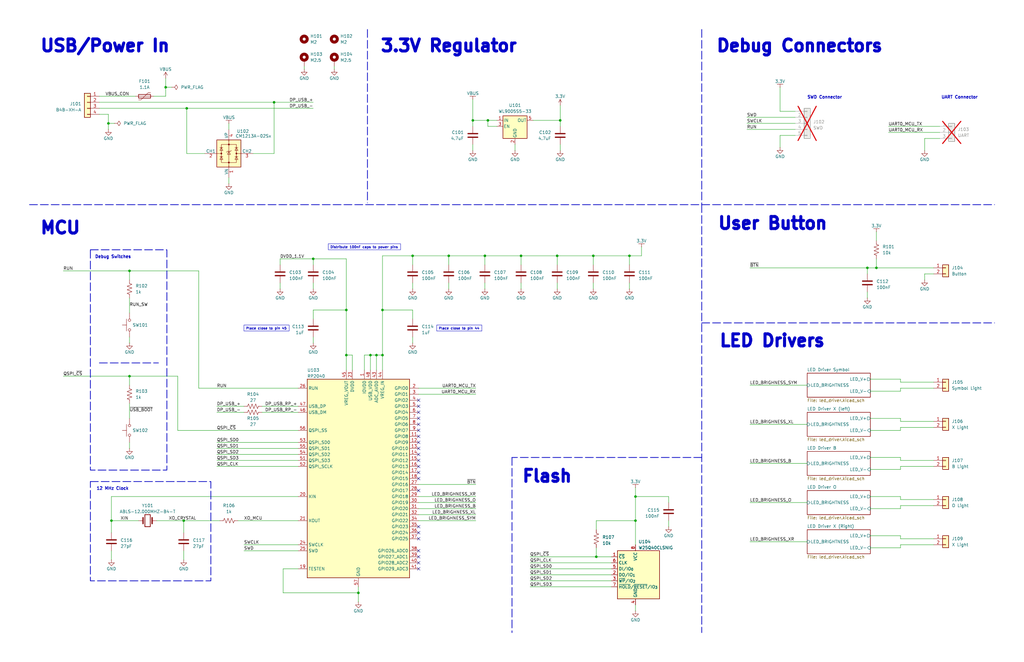
<source format=kicad_sch>
(kicad_sch (version 20250114) (generator "eeschema") (generator_version "9.0")
  (paper "B")
  (title_block (title "${PROJECTNAME}") (date "2025-08-13") (rev "${REV_SCH}") (comment 1 "Isaac Rex"))
  (rectangle (start 38.1 105.41) (end 70.358 198.374) (stroke (width 0.3048) (type dash)))
  (rectangle (start 38.1 203.2) (end 88.9 245.11) (stroke (width 0.3048) (type dash)))
  (text "LED Drivers" (at 302.895 140.97 0) (effects (font (size 5.08 5.08) (thickness 2.286) (bold yes)) (justify left top)))
  (text "3.3V Regulator" (at 160.02 16.51 0) (effects (font (size 5.08 5.08) (thickness 2.286) (bold yes)) (justify left top)))
  (text "12 MHz Clock" (at 40.64 207.01 0) (effects (font (size 1.27 1.27) (bold yes)) (justify left bottom)))
  (text "Debug Switches" (at 40.005 109.22 0) (effects (font (size 1.27 1.27) (bold yes)) (justify left bottom)))
  (text "SWD Connector" (at 340.36 41.91 0) (effects (font (size 1.27 1.27) (bold yes)) (justify left bottom)))
  (text "Flash" (at 219.71 198.12 0) (effects (font (size 5.08 5.08) (thickness 2.286) (bold yes)) (justify left top)))
  (text "UART Connector" (at 396.875 41.91 0) (effects (font (size 1.27 1.27) (bold yes)) (justify left bottom)))
  (text "MCU" (at 16.51 93.345 0) (effects (font (size 5.08 5.08) (thickness 2.286) (bold yes)) (justify left top)))
  (text "USB/Power In" (at 16.51 16.51 0) (effects (font (size 5.08 5.08) (thickness 2.286) (bold yes)) (justify left top)))
  (text "Debug Connectors" (at 301.625 16.51 0) (effects (font (size 5.08 5.08) (thickness 2.286) (bold yes)) (justify left top)))
  (text "User Button" (at 302.26 91.44 0) (effects (font (size 5.08 5.08) (thickness 2.286) (bold yes)) (justify left top)))
  (text_box "Place close to pin 45" (at 102.87 137.16 0) (size 19.05 2.54) (margins 0.762 0.762 0.762 0.762) (effects (font (size 1.016 1.016) (bold yes)) (justify left top)))
  (text_box "Place close to pin 44" (at 184.15 137.16 0) (size 19.05 2.54) (margins 0.762 0.762 0.762 0.762) (effects (font (size 1.016 1.016) (bold yes)) (justify left top)))
  (text_box "Distribute 100nF caps to power pins" (at 138.43 102.87 0) (size 30.48 2.54) (margins 0.762 0.762 0.762 0.762) (effects (font (size 1.016 1.016) (bold yes)) (justify left top)))
  (junction (at 199.39 50.8))
  (junction (at 146.05 149.86))
  (junction (at 369.57 113.03))
  (junction (at 205.74 50.8))
  (junction (at 54.61 158.75))
  (junction (at 54.61 114.3))
  (junction (at 132.08 109.22))
  (junction (at 69.85 36.83))
  (junction (at 251.46 234.95))
  (junction (at 265.43 107.95))
  (junction (at 156.21 149.86))
  (junction (at 115.57 43.18))
  (junction (at 161.29 130.81))
  (junction (at 365.76 113.03))
  (junction (at 204.47 107.95))
  (junction (at 46.99 219.71))
  (junction (at 267.97 209.55))
  (junction (at 234.95 107.95))
  (junction (at 45.72 52.07))
  (junction (at 158.75 149.86))
  (junction (at 236.22 50.8))
  (junction (at 77.47 219.71))
  (junction (at 219.71 107.95))
  (junction (at 173.99 107.95))
  (junction (at 267.97 219.71))
  (junction (at 161.29 149.86))
  (junction (at 189.23 107.95))
  (junction (at 151.13 250.19))
  (junction (at 250.19 107.95))
  (junction (at 78.74 45.72))
  (junction (at 146.05 130.81))
  (no_connect (at 176.53 207.01))
  (no_connect (at 176.53 240.03))
  (no_connect (at 176.53 237.49))
  (no_connect (at 176.53 181.61))
  (no_connect (at 176.53 171.45))
  (no_connect (at 176.53 232.41))
  (no_connect (at 176.53 196.85))
  (no_connect (at 176.53 227.33))
  (no_connect (at 176.53 194.31))
  (no_connect (at 176.53 201.93))
  (no_connect (at 176.53 191.77))
  (no_connect (at 176.53 222.25))
  (no_connect (at 176.53 173.99))
  (no_connect (at 176.53 184.15))
  (no_connect (at 176.53 168.91))
  (no_connect (at 176.53 189.23))
  (no_connect (at 176.53 179.07))
  (no_connect (at 176.53 199.39))
  (no_connect (at 176.53 224.79))
  (no_connect (at 176.53 234.95))
  (no_connect (at 176.53 176.53))
  (no_connect (at 176.53 186.69))
  (wire (pts (xy 110.49 173.99) (xy 125.73 173.99)))
  (wire (pts (xy 379.73 181.61) (xy 367.03 181.61)))
  (wire (pts (xy 251.46 234.95) (xy 257.81 234.95)))
  (wire (pts (xy 265.43 119.38) (xy 265.43 121.92)))
  (wire (pts (xy 132.08 109.22) (xy 132.08 111.76)))
  (wire (pts (xy 265.43 107.95) (xy 270.51 107.95)))
  (polyline (pts (xy 215.9 193.04) (xy 215.9 266.954)) (stroke (width 0.3048) (type dash)))
  (wire (pts (xy 46.99 219.71) (xy 46.99 209.55)))
  (wire (pts (xy 223.52 237.49) (xy 257.81 237.49)))
  (wire (pts (xy 328.93 57.15) (xy 328.93 62.23)))
  (wire (pts (xy 41.91 43.18) (xy 115.57 43.18)))
  (wire (pts (xy 234.95 107.95) (xy 234.95 111.76)))
  (wire (pts (xy 219.71 119.38) (xy 219.71 121.92)))
  (wire (pts (xy 316.23 113.03) (xy 365.76 113.03)))
  (wire (pts (xy 173.99 107.95) (xy 189.23 107.95)))
  (wire (pts (xy 132.08 109.22) (xy 146.05 109.22)))
  (wire (pts (xy 46.99 219.71) (xy 58.42 219.71)))
  (wire (pts (xy 205.74 50.8) (xy 205.74 53.34)))
  (wire (pts (xy 26.67 158.75) (xy 54.61 158.75)))
  (wire (pts (xy 64.77 40.64) (xy 69.85 40.64)))
  (wire (pts (xy 119.38 250.19) (xy 151.13 250.19)))
  (wire (pts (xy 219.71 107.95) (xy 219.71 111.76)))
  (wire (pts (xy 367.03 193.04) (xy 379.73 193.04)))
  (wire (pts (xy 69.85 33.02) (xy 69.85 36.83)))
  (wire (pts (xy 205.74 53.34) (xy 209.55 53.34)))
  (wire (pts (xy 251.46 231.14) (xy 251.46 234.95)))
  (wire (pts (xy 365.76 113.03) (xy 369.57 113.03)))
  (wire (pts (xy 365.76 113.03) (xy 365.76 115.57)))
  (wire (pts (xy 250.19 107.95) (xy 250.19 111.76)))
  (wire (pts (xy 26.67 114.3) (xy 54.61 114.3)))
  (wire (pts (xy 204.47 119.38) (xy 204.47 121.92)))
  (wire (pts (xy 314.96 49.53) (xy 335.28 49.53)))
  (wire (pts (xy 153.67 156.21) (xy 153.67 149.86)))
  (wire (pts (xy 156.21 149.86) (xy 156.21 156.21)))
  (wire (pts (xy 118.11 109.22) (xy 132.08 109.22)))
  (wire (pts (xy 267.97 205.74) (xy 267.97 209.55)))
  (wire (pts (xy 54.61 170.18) (xy 54.61 176.53)))
  (wire (pts (xy 54.61 114.3) (xy 83.82 114.3)))
  (wire (pts (xy 54.61 125.73) (xy 54.61 132.08)))
  (wire (pts (xy 158.75 149.86) (xy 158.75 156.21)))
  (wire (pts (xy 148.59 156.21) (xy 148.59 149.86)))
  (wire (pts (xy 91.44 194.31) (xy 125.73 194.31)))
  (polyline (pts (xy 295.91 86.36) (xy 295.91 266.954)) (stroke (width 0.3048) (type dash)))
  (wire (pts (xy 46.99 209.55) (xy 125.73 209.55)))
  (wire (pts (xy 125.73 240.03) (xy 119.38 240.03)))
  (wire (pts (xy 316.23 162.56) (xy 340.36 162.56)))
  (wire (pts (xy 146.05 130.81) (xy 146.05 149.86)))
  (wire (pts (xy 236.22 53.34) (xy 236.22 50.8)))
  (wire (pts (xy 379.73 193.04) (xy 379.73 194.31)))
  (wire (pts (xy 389.89 115.57) (xy 389.89 118.11)))
  (wire (pts (xy 204.47 107.95) (xy 219.71 107.95)))
  (wire (pts (xy 200.66 214.63) (xy 176.53 214.63)))
  (wire (pts (xy 91.44 189.23) (xy 125.73 189.23)))
  (wire (pts (xy 200.66 212.09) (xy 176.53 212.09)))
  (wire (pts (xy 158.75 149.86) (xy 161.29 149.86)))
  (wire (pts (xy 379.73 161.29) (xy 393.7 161.29)))
  (wire (pts (xy 96.52 74.93) (xy 96.52 77.47)))
  (wire (pts (xy 83.82 163.83) (xy 83.82 114.3)))
  (wire (pts (xy 379.73 165.1) (xy 367.03 165.1)))
  (wire (pts (xy 77.47 219.71) (xy 92.71 219.71)))
  (wire (pts (xy 54.61 118.11) (xy 54.61 114.3)))
  (wire (pts (xy 379.73 213.36) (xy 379.73 214.63)))
  (wire (pts (xy 369.57 113.03) (xy 393.7 113.03)))
  (wire (pts (xy 393.7 196.85) (xy 379.73 196.85)))
  (wire (pts (xy 110.49 171.45) (xy 125.73 171.45)))
  (wire (pts (xy 389.89 58.42) (xy 389.89 63.5)))
  (wire (pts (xy 132.08 130.81) (xy 146.05 130.81)))
  (wire (pts (xy 223.52 247.65) (xy 257.81 247.65)))
  (wire (pts (xy 367.03 160.02) (xy 379.73 160.02)))
  (wire (pts (xy 161.29 130.81) (xy 161.29 149.86)))
  (wire (pts (xy 46.99 232.41) (xy 46.99 236.22)))
  (wire (pts (xy 379.73 160.02) (xy 379.73 161.29)))
  (wire (pts (xy 393.7 180.34) (xy 379.73 180.34)))
  (wire (pts (xy 316.23 212.09) (xy 340.36 212.09)))
  (wire (pts (xy 316.23 228.6) (xy 340.36 228.6)))
  (wire (pts (xy 91.44 186.69) (xy 125.73 186.69)))
  (wire (pts (xy 115.57 43.18) (xy 115.57 64.77)))
  (wire (pts (xy 267.97 255.27) (xy 267.97 257.81)))
  (wire (pts (xy 128.27 27.94) (xy 128.27 29.21)))
  (wire (pts (xy 41.91 48.26) (xy 45.72 48.26)))
  (wire (pts (xy 146.05 149.86) (xy 146.05 156.21)))
  (wire (pts (xy 199.39 53.34) (xy 199.39 50.8)))
  (wire (pts (xy 54.61 186.69) (xy 54.61 189.23)))
  (wire (pts (xy 379.73 210.82) (xy 393.7 210.82)))
  (wire (pts (xy 204.47 107.95) (xy 204.47 111.76)))
  (wire (pts (xy 223.52 240.03) (xy 257.81 240.03)))
  (wire (pts (xy 140.97 27.94) (xy 140.97 29.21)))
  (wire (pts (xy 236.22 60.96) (xy 236.22 63.5)))
  (wire (pts (xy 267.97 209.55) (xy 281.94 209.55)))
  (wire (pts (xy 156.21 149.86) (xy 158.75 149.86)))
  (wire (pts (xy 148.59 149.86) (xy 146.05 149.86)))
  (wire (pts (xy 77.47 232.41) (xy 77.47 236.22)))
  (wire (pts (xy 45.72 48.26) (xy 45.72 52.07)))
  (wire (pts (xy 91.44 196.85) (xy 125.73 196.85)))
  (wire (pts (xy 328.93 36.83) (xy 328.93 46.99)))
  (wire (pts (xy 119.38 240.03) (xy 119.38 250.19)))
  (wire (pts (xy 102.87 232.41) (xy 125.73 232.41)))
  (polyline (pts (xy 295.91 12.446) (xy 295.91 86.36)) (stroke (width 0.3048) (type dash)))
  (wire (pts (xy 115.57 43.18) (xy 132.08 43.18)))
  (wire (pts (xy 200.66 217.17) (xy 176.53 217.17)))
  (wire (pts (xy 379.73 194.31) (xy 393.7 194.31)))
  (wire (pts (xy 379.73 163.83) (xy 379.73 165.1)))
  (wire (pts (xy 189.23 107.95) (xy 204.47 107.95)))
  (wire (pts (xy 379.73 180.34) (xy 379.73 181.61)))
  (wire (pts (xy 199.39 60.96) (xy 199.39 63.5)))
  (wire (pts (xy 267.97 209.55) (xy 267.97 219.71)))
  (wire (pts (xy 223.52 245.11) (xy 257.81 245.11)))
  (wire (pts (xy 316.23 195.58) (xy 340.36 195.58)))
  (wire (pts (xy 267.97 219.71) (xy 267.97 229.87)))
  (wire (pts (xy 176.53 219.71) (xy 200.66 219.71)))
  (wire (pts (xy 251.46 219.71) (xy 267.97 219.71)))
  (wire (pts (xy 379.73 198.12) (xy 367.03 198.12)))
  (wire (pts (xy 66.04 219.71) (xy 77.47 219.71)))
  (wire (pts (xy 78.74 64.77) (xy 86.36 64.77)))
  (wire (pts (xy 369.57 109.22) (xy 369.57 113.03)))
  (wire (pts (xy 367.03 176.53) (xy 379.73 176.53)))
  (wire (pts (xy 118.11 119.38) (xy 118.11 121.92)))
  (wire (pts (xy 379.73 209.55) (xy 379.73 210.82)))
  (polyline (pts (xy 154.94 12.446) (xy 154.94 85.598)) (stroke (width 0.3048) (type dash)))
  (wire (pts (xy 396.24 58.42) (xy 389.89 58.42)))
  (wire (pts (xy 379.73 214.63) (xy 367.03 214.63)))
  (wire (pts (xy 176.53 204.47) (xy 200.66 204.47)))
  (wire (pts (xy 379.73 229.87) (xy 379.73 231.14)))
  (wire (pts (xy 335.28 57.15) (xy 328.93 57.15)))
  (wire (pts (xy 223.52 234.95) (xy 251.46 234.95)))
  (wire (pts (xy 173.99 119.38) (xy 173.99 121.92)))
  (wire (pts (xy 251.46 223.52) (xy 251.46 219.71)))
  (wire (pts (xy 100.33 219.71) (xy 125.73 219.71)))
  (wire (pts (xy 379.73 226.06) (xy 379.73 227.33)))
  (wire (pts (xy 78.74 45.72) (xy 41.91 45.72)))
  (wire (pts (xy 379.73 177.8) (xy 393.7 177.8)))
  (polyline (pts (xy 295.91 136.271) (xy 419.354 136.271)) (stroke (width 0.3048) (type dash)))
  (wire (pts (xy 91.44 191.77) (xy 125.73 191.77)))
  (wire (pts (xy 234.95 119.38) (xy 234.95 121.92)))
  (wire (pts (xy 173.99 142.24) (xy 173.99 144.78)))
  (wire (pts (xy 176.53 166.37) (xy 200.66 166.37)))
  (wire (pts (xy 393.7 163.83) (xy 379.73 163.83)))
  (wire (pts (xy 118.11 111.76) (xy 118.11 109.22)))
  (wire (pts (xy 78.74 45.72) (xy 78.74 64.77)))
  (wire (pts (xy 236.22 44.45) (xy 236.22 50.8)))
  (wire (pts (xy 219.71 107.95) (xy 234.95 107.95)))
  (wire (pts (xy 146.05 109.22) (xy 146.05 130.81)))
  (wire (pts (xy 223.52 242.57) (xy 257.81 242.57)))
  (wire (pts (xy 151.13 247.65) (xy 151.13 250.19)))
  (wire (pts (xy 369.57 97.79) (xy 369.57 101.6)))
  (wire (pts (xy 46.99 224.79) (xy 46.99 219.71)))
  (wire (pts (xy 102.87 229.87) (xy 125.73 229.87)))
  (wire (pts (xy 281.94 212.09) (xy 281.94 209.55)))
  (wire (pts (xy 199.39 50.8) (xy 205.74 50.8)))
  (wire (pts (xy 367.03 209.55) (xy 379.73 209.55)))
  (wire (pts (xy 45.72 52.07) (xy 45.72 54.61)))
  (wire (pts (xy 367.03 226.06) (xy 379.73 226.06)))
  (wire (pts (xy 189.23 119.38) (xy 189.23 121.92)))
  (wire (pts (xy 161.29 107.95) (xy 173.99 107.95)))
  (wire (pts (xy 161.29 130.81) (xy 161.29 107.95)))
  (wire (pts (xy 393.7 115.57) (xy 389.89 115.57)))
  (wire (pts (xy 234.95 107.95) (xy 250.19 107.95)))
  (polyline (pts (xy 41.91 153.162) (xy 66.802 153.162)) (stroke (width 0.3048) (type dash)))
  (wire (pts (xy 69.85 36.83) (xy 69.85 40.64)))
  (wire (pts (xy 153.67 149.86) (xy 156.21 149.86)))
  (wire (pts (xy 250.19 107.95) (xy 265.43 107.95)))
  (wire (pts (xy 96.52 52.07) (xy 96.52 54.61)))
  (wire (pts (xy 132.08 142.24) (xy 132.08 144.78)))
  (wire (pts (xy 102.87 173.99) (xy 91.44 173.99)))
  (polyline (pts (xy 295.91 86.36) (xy 419.354 86.36)) (stroke (width 0.3048) (type dash)))
  (wire (pts (xy 102.87 171.45) (xy 91.44 171.45)))
  (wire (pts (xy 314.96 54.61) (xy 335.28 54.61)))
  (polyline (pts (xy 12.446 86.36) (xy 295.91 86.36)) (stroke (width 0.3048) (type dash)))
  (wire (pts (xy 69.85 36.83) (xy 72.39 36.83)))
  (wire (pts (xy 115.57 64.77) (xy 106.68 64.77)))
  (wire (pts (xy 396.24 53.34) (xy 374.65 53.34)))
  (wire (pts (xy 396.24 55.88) (xy 374.65 55.88)))
  (wire (pts (xy 54.61 162.56) (xy 54.61 158.75)))
  (wire (pts (xy 314.96 52.07) (xy 335.28 52.07)))
  (wire (pts (xy 316.23 179.07) (xy 340.36 179.07)))
  (wire (pts (xy 77.47 219.71) (xy 77.47 224.79)))
  (wire (pts (xy 132.08 130.81) (xy 132.08 134.62)))
  (wire (pts (xy 265.43 107.95) (xy 265.43 111.76)))
  (wire (pts (xy 236.22 50.8) (xy 224.79 50.8)))
  (wire (pts (xy 250.19 119.38) (xy 250.19 121.92)))
  (wire (pts (xy 161.29 149.86) (xy 161.29 156.21)))
  (wire (pts (xy 393.7 229.87) (xy 379.73 229.87)))
  (wire (pts (xy 54.61 158.75) (xy 74.93 158.75)))
  (wire (pts (xy 189.23 107.95) (xy 189.23 111.76)))
  (polyline (pts (xy 295.91 193.04) (xy 215.9 193.04)) (stroke (width 0.3048) (type dash)))
  (wire (pts (xy 379.73 176.53) (xy 379.73 177.8)))
  (wire (pts (xy 173.99 107.95) (xy 173.99 111.76)))
  (wire (pts (xy 132.08 119.38) (xy 132.08 121.92)))
  (wire (pts (xy 379.73 227.33) (xy 393.7 227.33)))
  (wire (pts (xy 176.53 163.83) (xy 200.66 163.83)))
  (wire (pts (xy 161.29 130.81) (xy 173.99 130.81)))
  (wire (pts (xy 54.61 142.24) (xy 54.61 144.78)))
  (wire (pts (xy 379.73 196.85) (xy 379.73 198.12)))
  (wire (pts (xy 45.72 52.07) (xy 48.26 52.07)))
  (wire (pts (xy 379.73 231.14) (xy 367.03 231.14)))
  (wire (pts (xy 270.51 104.14) (xy 270.51 107.95)))
  (wire (pts (xy 217.17 60.96) (xy 217.17 63.5)))
  (wire (pts (xy 151.13 250.19) (xy 151.13 254)))
  (wire (pts (xy 393.7 213.36) (xy 379.73 213.36)))
  (wire (pts (xy 74.93 181.61) (xy 74.93 158.75)))
  (wire (pts (xy 281.94 219.71) (xy 281.94 222.25)))
  (wire (pts (xy 83.82 163.83) (xy 125.73 163.83)))
  (wire (pts (xy 78.74 45.72) (xy 132.08 45.72)))
  (wire (pts (xy 74.93 181.61) (xy 125.73 181.61)))
  (wire (pts (xy 199.39 41.91) (xy 199.39 50.8)))
  (wire (pts (xy 365.76 123.19) (xy 365.76 125.73)))
  (wire (pts (xy 209.55 50.8) (xy 205.74 50.8)))
  (wire (pts (xy 200.66 209.55) (xy 176.53 209.55)))
  (wire (pts (xy 335.28 46.99) (xy 328.93 46.99)))
  (wire (pts (xy 41.91 40.64) (xy 57.15 40.64)))
  (wire (pts (xy 173.99 130.81) (xy 173.99 134.62)))
  (label "LED_BRIGHNESS_SYM" (at 200.66 219.71 180))
  (label "DP_USB_RP_-" (at 111.76 173.99 0))
  (label "QSPI_SD3" (at 223.52 247.65 0))
  (label "SWD" (at 314.96 49.53 0))
  (label "VBUS_CON" (at 44.45 40.64 0) (property "Netclass" "1A" (effects (hide yes))))
  (label "QSPI_SD3" (at 91.44 194.31 0))
  (label "QSPI_CLK" (at 91.44 196.85 0))
  (label "SWCLK" (at 102.87 229.87 0))
  (label "UART0_MCU_RX" (at 200.66 166.37 180) (effects (font (thickness 0.1588))))
  (label "QSPI_SD1" (at 91.44 189.23 0))
  (label "XO_CRYSTAL" (at 71.12 219.71 0) (property "Netclass" "Crystal" (effects (hide yes))))
  (label "RUN" (at 314.96 54.61 0))
  (label "QSPI_SD1" (at 223.52 242.57 0))
  (label "~{BTN}" (at 200.66 204.47 180))
  (label "QSPI_SD0" (at 223.52 240.03 0))
  (label "DP_USB_-" (at 91.44 173.99 0))
  (label "LED_BRIGHNESS_XR" (at 316.23 228.6 0))
  (label "QSPI_SD2" (at 91.44 191.77 0))
  (label "LED_BRIGHNESS_O" (at 316.23 212.09 0))
  (label "DP_USB_+" (at 91.44 171.45 0))
  (label "QSPI_~{CS}" (at 26.67 158.75 0) (effects (font (thickness 0.1588))))
  (label "LED_BRIGHNESS_XL" (at 316.23 179.07 0))
  (label "RUN" (at 26.67 114.3 0))
  (label "SWCLK" (at 314.96 52.07 0))
  (label "LED_BRIGHNESS_O" (at 200.66 212.09 180))
  (label "SWD" (at 102.87 232.41 0))
  (label "DP_USB_-" (at 132.08 45.72 180))
  (label "~{BTN}" (at 316.23 113.03 0))
  (label "DVDD_1.1V" (at 118.11 109.22 0) (effects (font (thickness 0.1588))))
  (label "QSPI_~{CS}" (at 223.52 234.95 0))
  (label "RUN_SW" (at 54.61 129.54 0) (effects (font (thickness 0.1588))))
  (label "XO_MCU" (at 102.87 219.71 0) (property "Netclass" "Crystal" (effects (hide yes))))
  (label "UART0_MCU_TX" (at 200.66 163.83 180) (effects (font (thickness 0.1588))))
  (label "LED_BRIGHNESS_B" (at 316.23 195.58 0))
  (label "QSPI_CLK" (at 223.52 237.49 0))
  (label "RUN" (at 91.44 163.83 0))
  (label "LED_BRIGHNESS_XL" (at 200.66 217.17 180))
  (label "DP_USB_+" (at 132.08 43.18 180))
  (label "LED_BRIGHNESS_B" (at 200.66 214.63 180))
  (label "UART0_MCU_TX" (at 374.65 53.34 0) (effects (font (thickness 0.1588))))
  (label "LED_BRIGHNESS_SYM" (at 316.23 162.56 0))
  (label "QSPI_SD0" (at 91.44 186.69 0))
  (label "DP_USB_RP_+" (at 111.76 171.45 0))
  (label "QSPI_SD2" (at 223.52 245.11 0))
  (label "QSPI_~{CS}" (at 91.44 181.61 0))
  (label "UART0_MCU_RX" (at 374.65 55.88 0) (effects (font (thickness 0.1588))))
  (label "LED_BRIGHNESS_XR" (at 200.66 209.55 180))
  (label "~{USB_BOOT}" (at 54.61 173.99 0) (effects (font (thickness 0.1588))))
  (label "XIN" (at 50.8 219.71 0) (property "Netclass" "Crystal" (effects (hide yes))))
  (symbol (lib_id "power:GND") (at 96.52 77.47 0) (unit 1)
    (property "Reference" "#PWR0112" (effects (hide yes)))
    (property "Value" "GND" (at 96.52 81.28 0))
    (property "Description" "Power symbol creates a global label with name \"GND\" , ground" (effects (hide yes)))
  )
  (symbol (lib_id "Device:R_US") (at 106.68 171.45 90) (unit 1)
    (property "Reference" "R104" (at 106.68 166.37 90))
    (property "Value" "27" (at 106.68 168.91 90))
    (property "Footprint" "Resistor_SMD:R_0402_1005Metric" (effects (hide yes)))
    (property "DigiKey PN" "CR0603-FX-27R0ELFCT-ND" (effects (hide yes)))
    (property "LCSC PN" "C138021" (effects (hide yes)))
    (property "MPN" "RC0402FR-0727RL" (effects (hide yes)))
  )
  (symbol (lib_id "irex_Power:VCC_bar") (at 96.52 52.07 0) (unit 1)
    (property "Reference" "#PWR0105" (effects (hide yes)))
    (property "Value" "VBUS" (at 96.52 50.292 0) (effects (justify bottom)))
    (property "Description" "Power symbol creates a global label with name \"VCC_bar\"" (effects (hide yes)))
  )
  (symbol (lib_id "power:GND") (at 173.99 144.78 0) (unit 1)
    (property "Reference" "#PWR0128" (effects (hide yes)))
    (property "Value" "GND" (at 173.99 148.59 0))
  )
  (symbol (lib_id "Device:C") (at 118.11 115.57 0) (unit 1)
    (property "Reference" "C103" (at 121.92 114.935 0) (effects (justify left)))
    (property "Value" "100nF" (at 121.92 117.475 0) (effects (justify left)))
    (property "Footprint" "Capacitor_SMD:C_0402_1005Metric" (effects (hide yes)))
    (property "DigiKey PN" "1276-1006-1-ND" (effects (hide yes)))
    (property "LCSC PN" "C1525" (effects (hide yes)))
    (property "MPN" "CL05B104KO5NNNC" (effects (hide yes)))
  )
  (symbol (lib_id "power:GND") (at 265.43 121.92 0) (unit 1)
    (property "Reference" "#PWR0124" (effects (hide yes)))
    (property "Value" "GND" (at 265.43 125.73 0))
  )
  (symbol (lib_id "power:GND") (at 217.17 63.5 0) (unit 1)
    (property "Reference" "#PWR0109" (effects (hide yes)))
    (property "Value" "GND" (at 217.17 67.31 0))
    (property "Description" "Power symbol creates a global label with name \"GND\" , ground" (effects (hide yes)))
  )
  (symbol (lib_id "irex_Power:VCC_bar") (at 270.51 104.14 0) (unit 1)
    (property "Reference" "#PWR0114" (effects (hide yes)))
    (property "Value" "3.3V" (at 270.51 102.362 0) (effects (justify bottom)))
    (property "Description" "Power symbol creates a global label with name \"VCC_bar\"" (effects (hide yes)))
  )
  (symbol (lib_id "power:VBUS") (at 69.85 33.02 0) (mirror y) (unit 1)
    (property "Reference" "#PWR0101" (effects (hide yes)))
    (property "Value" "VBUS" (at 69.85 29.21 0))
  )
  (symbol (lib_id "Device:C") (at 281.94 215.9 0) (unit 1)
    (property "Reference" "C115" (at 278.13 215.265 0) (effects (justify right)))
    (property "Value" "100nF" (at 278.13 217.805 0) (effects (justify right)))
    (property "Footprint" "Capacitor_SMD:C_0402_1005Metric" (effects (hide yes)))
    (property "DigiKey PN" "1276-1006-1-ND" (effects (hide yes)))
    (property "LCSC PN" "C1525" (effects (hide yes)))
    (property "MPN" "CL05B104KO5NNNC" (effects (hide yes)))
  )
  (symbol (lib_id "power:GND") (at 389.89 118.11 0) (unit 1)
    (property "Reference" "#PWR0115" (effects (hide yes)))
    (property "Value" "GND" (at 389.89 121.92 0))
    (property "Description" "Power symbol creates a global label with name \"GND\" , ground" (effects (hide yes)))
  )
  (symbol (lib_id "Device:Crystal") (at 62.23 219.71 0) (unit 1)
    (property "Reference" "Y101" (at 62.23 213.36 0))
    (property "Value" "ABLS-12.000MHZ-B4-T" (at 62.23 215.9 0))
    (property "Footprint" "Crystal:Crystal_SMD_HC49-SD" (effects (hide yes)))
    (property "Datasheet" "https://abracon.com/Resonators/ABLS.pdf" (effects (hide yes)))
    (property "DigiKey PN" "535-10218-1-ND" (effects (hide yes)))
    (property "LCSC PN" "C596818" (effects (hide yes)))
    (property "MPN" "ABLS-12.000MHZ-B4-T" (effects (hide yes)))
  )
  (symbol (lib_id "power:GND") (at 45.72 54.61 0) (mirror y) (unit 1)
    (property "Reference" "#PWR0106" (effects (hide yes)))
    (property "Value" "GND" (at 45.72 58.42 0))
  )
  (symbol (lib_id "power:GND") (at 128.27 29.21 0) (unit 1)
    (property "Reference" "#PWR0136" (effects (hide yes)))
    (property "Value" "GND" (at 128.27 33.02 0))
    (property "Description" "Power symbol creates a global label with name \"GND\" , ground" (effects (hide yes)))
  )
  (symbol (lib_id "Device:C") (at 234.95 115.57 0) (unit 1)
    (property "Reference" "C109" (at 238.76 114.935 0) (effects (justify left)))
    (property "Value" "100nF" (at 238.76 117.475 0) (effects (justify left)))
    (property "Footprint" "Capacitor_SMD:C_0402_1005Metric" (effects (hide yes)))
    (property "DigiKey PN" "1276-1006-1-ND" (effects (hide yes)))
    (property "LCSC PN" "C1525" (effects (hide yes)))
    (property "MPN" "CL05B104KO5NNNC" (effects (hide yes)))
  )
  (symbol (lib_id "irex_Power:VCC_bar") (at 369.57 97.79 0) (unit 1)
    (property "Reference" "#PWR0113" (effects (hide yes)))
    (property "Value" "3.3V" (at 369.57 96.012 0) (effects (justify bottom)))
    (property "Description" "Power symbol creates a global label with name \"VCC_bar\"" (effects (hide yes)))
  )
  (symbol (lib_id "Device:C") (at 189.23 115.57 0) (unit 1)
    (property "Reference" "C106" (at 193.04 114.935 0) (effects (justify left)))
    (property "Value" "100nF" (at 193.04 117.475 0) (effects (justify left)))
    (property "Footprint" "Capacitor_SMD:C_0402_1005Metric" (effects (hide yes)))
    (property "DigiKey PN" "1276-1006-1-ND" (effects (hide yes)))
    (property "LCSC PN" "C1525" (effects (hide yes)))
    (property "MPN" "CL05B104KO5NNNC" (effects (hide yes)))
  )
  (symbol (lib_id "Device:C") (at 173.99 115.57 0) (unit 1)
    (property "Reference" "C105" (at 177.8 114.935 0) (effects (justify left)))
    (property "Value" "100nF" (at 177.8 117.475 0) (effects (justify left)))
    (property "Footprint" "Capacitor_SMD:C_0402_1005Metric" (effects (hide yes)))
    (property "DigiKey PN" "1276-1006-1-ND" (effects (hide yes)))
    (property "LCSC PN" "C1525" (effects (hide yes)))
    (property "MPN" "CL05B104KO5NNNC" (effects (hide yes)))
  )
  (symbol (lib_id "power:GND") (at 365.76 125.73 0) (unit 1)
    (property "Reference" "#PWR0125" (effects (hide yes)))
    (property "Value" "GND" (at 365.76 129.54 0))
    (property "Description" "Power symbol creates a global label with name \"GND\" , ground" (effects (hide yes)))
  )
  (symbol (lib_id "Device:C") (at 132.08 138.43 0) (mirror y) (unit 1)
    (property "Reference" "C113" (at 128.27 137.795 0) (effects (justify left)))
    (property "Value" "1uF" (at 128.27 140.335 0) (effects (justify left)))
    (property "Footprint" "Capacitor_SMD:C_0402_1005Metric" (effects (hide yes)))
    (property "DigiKey PN" "1276-6524-1-ND" (effects (hide yes)))
    (property "LCSC PN" "C52923" (effects (hide yes)))
    (property "MPN" "CL05A105KA5NQNC" (effects (hide yes)))
  )
  (symbol (lib_id "Connector_Generic:Conn_01x02") (at 398.78 210.82 0) (unit 1) (in_bom no)
    (property "Reference" "J108" (at 401.32 210.8199 0) (effects (justify left)))
    (property "Value" "O Light" (at 401.32 213.3599 0) (effects (justify left)))
    (property "Footprint" "Connector_PinHeader_2.54mm:PinHeader_1x02_P2.54mm_Vertical" (effects (hide yes)))
    (property "Description" "Generic connector, single row, 01x02, script generated (kicad-library-utils/schlib/autogen/connector/)" (effects (hide yes)))
  )
  (symbol (lib_id "power:GND") (at 234.95 121.92 0) (unit 1)
    (property "Reference" "#PWR0122" (effects (hide yes)))
    (property "Value" "GND" (at 234.95 125.73 0))
  )
  (symbol (lib_id "Connector_Generic:Conn_01x02") (at 398.78 227.33 0) (unit 1) (in_bom no)
    (property "Reference" "J109" (at 401.32 227.3299 0) (effects (justify left)))
    (property "Value" "X Light" (at 401.32 229.8699 0) (effects (justify left)))
    (property "Footprint" "Connector_PinHeader_2.54mm:PinHeader_1x02_P2.54mm_Vertical" (effects (hide yes)))
    (property "Description" "Generic connector, single row, 01x02, script generated (kicad-library-utils/schlib/autogen/connector/)" (effects (hide yes)))
  )
  (symbol (lib_id "Device:Polyfuse") (at 60.96 40.64 90) (unit 1)
    (property "Reference" "F101" (at 60.96 34.29 90))
    (property "Value" "1.1A" (at 60.96 36.83 90))
    (property "Footprint" "Fuse:Fuse_1206_3216Metric" (effects (hide yes)))
    (property "Datasheet" "https://www.littelfuse.com/assetdocs/littelfuse-ptc-nanosmdc-datasheet?assetguid=2f577573-06ff-4a40-bed7-97598401ae57" (effects (hide yes)))
    (property "Description" "Resettable fuse, polymeric positive temperature coefficient" (effects (hide yes)))
    (property "MPN" "NANOSMDC050F/13.2-2" (effects (hide yes)))
    (property "LCSC PN" "C2649911" (effects (hide yes)))
  )
  (symbol (lib_id "Device:R_US") (at 54.61 121.92 180) (unit 1)
    (property "Reference" "R102" (at 57.15 120.6499 0) (effects (justify right)))
    (property "Value" "1k" (at 57.15 123.1899 0) (effects (justify right)))
    (property "Footprint" "Resistor_SMD:R_0402_1005Metric" (effects (hide yes)))
    (property "DigiKey PN" "RNCP0603FTD1K00CT-ND" (effects (hide yes)))
    (property "LCSC PN" "C106235" (effects (hide yes)))
    (property "MPN" "RC0402FR-071KL" (effects (hide yes)))
  )
  (symbol (lib_id "power:GND") (at 189.23 121.92 0) (unit 1)
    (property "Reference" "#PWR0119" (effects (hide yes)))
    (property "Value" "GND" (at 189.23 125.73 0))
  )
  (symbol (lib_id "Mechanical:MountingHole") (at 128.27 16.51 0) (unit 1) (in_bom no)
    (property "Reference" "H101" (at 130.81 15.2399 0) (effects (justify left)))
    (property "Value" "M2" (at 130.81 17.7799 0) (effects (justify left)))
    (property "Footprint" "irex_MountingHole:MountingHole_2.0mm_M2_ReducedCourtyard" (effects (hide yes)))
    (property "Description" "Mounting Hole without connection" (effects (hide yes)))
  )
  (symbol (lib_id "Device:C") (at 204.47 115.57 0) (unit 1)
    (property "Reference" "C107" (at 208.28 114.935 0) (effects (justify left)))
    (property "Value" "100nF" (at 208.28 117.475 0) (effects (justify left)))
    (property "Footprint" "Capacitor_SMD:C_0402_1005Metric" (effects (hide yes)))
    (property "DigiKey PN" "1276-1006-1-ND" (effects (hide yes)))
    (property "LCSC PN" "C1525" (effects (hide yes)))
    (property "MPN" "CL05B104KO5NNNC" (effects (hide yes)))
  )
  (symbol (lib_id "power:GND") (at 281.94 222.25 0) (unit 1)
    (property "Reference" "#PWR0131" (effects (hide yes)))
    (property "Value" "GND" (at 281.94 226.06 0))
  )
  (symbol (lib_id "Switch:SW_Push") (at 54.61 137.16 90) (unit 1)
    (property "Reference" "SW101" (at 55.88 137.16 90) (effects (justify right)))
    (property "Value" "PTS636 SL43 SMTR LFS" (effects (hide yes)))
    (property "Footprint" "irex_Button_Switch_SMD:SW-PUSH-6x3.5mm_CK-PTS636SL43x_HandSolder" (effects (hide yes)))
    (property "Datasheet" "https://www.ckswitches.com/media/2779/pts636.pdf" (effects (hide yes)))
    (property "DigiKey PN" "CKN12309-1-ND" (effects (hide yes)))
    (property "MPN" "PTS636 SL43 SMTR LFS" (effects (hide yes)))
    (property "LCSC PN" "C2800576" (effects (hide yes)))
  )
  (symbol (lib_id "Device:C") (at 236.22 57.15 0) (mirror y) (unit 1)
    (property "Reference" "C102" (at 232.41 55.8799 0) (effects (justify left)))
    (property "Value" "4.7uF" (at 232.41 58.4199 0) (effects (justify left)))
    (property "Footprint" "Capacitor_SMD:C_0603_1608Metric" (effects (hide yes)))
    (property "Description" "Unpolarized capacitor" (effects (hide yes)))
    (property "LCSC PN" "C1705" (effects (hide yes)))
    (property "MPN" "CL10A475KP8NNNC" (effects (hide yes)))
  )
  (symbol (lib_id "Device:C") (at 173.99 138.43 0) (unit 1)
    (property "Reference" "C114" (at 177.8 137.795 0) (effects (justify left)))
    (property "Value" "1uF" (at 177.8 140.335 0) (effects (justify left)))
    (property "Footprint" "Capacitor_SMD:C_0402_1005Metric" (effects (hide yes)))
    (property "DigiKey PN" "1276-6524-1-ND" (effects (hide yes)))
    (property "LCSC PN" "C52923" (effects (hide yes)))
    (property "MPN" "CL05A105KA5NQNC" (effects (hide yes)))
  )
  (symbol (lib_id "Mechanical:MountingHole_Pad") (at 128.27 25.4 0) (unit 1) (in_bom no)
    (property "Reference" "H103" (at 130.81 22.8599 0) (effects (justify left)))
    (property "Value" "M2.5" (at 130.81 25.3999 0) (effects (justify left)))
    (property "Footprint" "MountingHole:MountingHole_2.5mm_Pad" (effects (hide yes)))
    (property "Description" "Mounting Hole without connection" (effects (hide yes)))
  )
  (symbol (lib_id "Connector_Generic:Conn_01x02") (at 398.78 113.03 0) (unit 1) (in_bom no)
    (property "Reference" "J104" (at 401.32 113.0299 0) (effects (justify left)))
    (property "Value" "Button" (at 401.32 115.5699 0) (effects (justify left)))
    (property "Footprint" "Connector_PinHeader_2.54mm:PinHeader_1x02_P2.54mm_Vertical" (effects (hide yes)))
    (property "Description" "Generic connector, single row, 01x02, script generated (kicad-library-utils/schlib/autogen/connector/)" (effects (hide yes)))
  )
  (symbol (lib_id "Memory_Flash:W25Q32JVSS") (at 267.97 242.57 0) (unit 1)
    (property "Reference" "U104" (at 269.24 228.6 0) (effects (justify left)))
    (property "Value" "W25Q40CLSNIG" (at 269.24 231.14 0) (effects (justify left)))
    (property "Footprint" "Package_SO:SOIC-8_3.9x4.9mm_P1.27mm" (effects (hide yes)))
    (property "Datasheet" "http://www.winbond.com/resource-files/w25q32jv%20revg%2003272018%20plus.pdf" (effects (hide yes)))
    (property "DigiKey PN" "W25Q40CLSNIG-ND" (effects (hide yes)))
    (property "LCSC PN" "C2641149" (effects (hide yes)))
    (property "MPN" "W25Q40CLSNIG" (effects (hide yes)))
  )
  (symbol (lib_id "Device:C") (at 219.71 115.57 0) (unit 1)
    (property "Reference" "C108" (at 223.52 114.935 0) (effects (justify left)))
    (property "Value" "100nF" (at 223.52 117.475 0) (effects (justify left)))
    (property "Footprint" "Capacitor_SMD:C_0402_1005Metric" (effects (hide yes)))
    (property "DigiKey PN" "1276-1006-1-ND" (effects (hide yes)))
    (property "LCSC PN" "C1525" (effects (hide yes)))
    (property "MPN" "CL05B104KO5NNNC" (effects (hide yes)))
  )
  (symbol (lib_id "power:GND") (at 132.08 144.78 0) (unit 1)
    (property "Reference" "#PWR0127" (effects (hide yes)))
    (property "Value" "GND" (at 132.08 148.59 0))
  )
  (symbol (lib_id "Switch:SW_Push") (at 54.61 181.61 90) (unit 1)
    (property "Reference" "SW102" (at 55.88 181.61 90) (effects (justify right)))
    (property "Value" "PTS636 SL43 SMTR LFS" (effects (hide yes)))
    (property "Footprint" "irex_Button_Switch_SMD:SW-PUSH-6x3.5mm_CK-PTS636SL43x_HandSolder" (effects (hide yes)))
    (property "Datasheet" "https://www.ckswitches.com/media/2779/pts636.pdf" (effects (hide yes)))
    (property "DigiKey PN" "CKN12309-1-ND" (effects (hide yes)))
    (property "MPN" "PTS636 SL43 SMTR LFS" (effects (hide yes)))
    (property "LCSC PN" "C2800576" (effects (hide yes)))
  )
  (symbol (lib_id "power:GND") (at 173.99 121.92 0) (unit 1)
    (property "Reference" "#PWR0118" (effects (hide yes)))
    (property "Value" "GND" (at 173.99 125.73 0))
  )
  (symbol (lib_id "power:GND") (at 236.22 63.5 0) (unit 1)
    (property "Reference" "#PWR0110" (effects (hide yes)))
    (property "Value" "GND" (at 236.22 67.31 0))
    (property "Description" "Power symbol creates a global label with name \"GND\" , ground" (effects (hide yes)))
  )
  (symbol (lib_id "Device:C") (at 77.47 228.6 0) (unit 1)
    (property "Reference" "C117" (at 81.28 227.965 0) (effects (justify left)))
    (property "Value" "27pF" (at 81.28 230.505 0) (effects (justify left)))
    (property "Footprint" "Capacitor_SMD:C_0402_1005Metric" (effects (hide yes)))
    (property "DigiKey PN" "1276-2247-1-ND" (effects (hide yes)))
    (property "LCSC PN" "C277506" (effects (hide yes)))
    (property "MPN" "CC0402FRNPO9BN270" (effects (hide yes)))
  )
  (symbol (lib_id "power:GND") (at 204.47 121.92 0) (unit 1)
    (property "Reference" "#PWR0120" (effects (hide yes)))
    (property "Value" "GND" (at 204.47 125.73 0))
  )
  (symbol (lib_id "power:GND") (at 328.93 62.23 0) (unit 1)
    (property "Reference" "#PWR0107" (effects (hide yes)))
    (property "Value" "GND" (at 328.93 66.04 0))
  )
  (symbol (lib_id "irex_Power:VCC_bar") (at 267.97 205.74 0) (unit 1)
    (property "Reference" "#PWR0130" (effects (hide yes)))
    (property "Value" "3.3V" (at 267.97 203.962 0) (effects (justify bottom)))
    (property "Description" "Power symbol creates a global label with name \"VCC_bar\"" (effects (hide yes)))
  )
  (symbol (lib_id "Mechanical:MountingHole") (at 140.97 16.51 0) (unit 1) (in_bom no)
    (property "Reference" "H102" (at 143.51 15.2399 0) (effects (justify left)))
    (property "Value" "M2" (at 143.51 17.7799 0) (effects (justify left)))
    (property "Footprint" "irex_MountingHole:MountingHole_2.0mm_M2_ReducedCourtyard" (effects (hide yes)))
    (property "Description" "Mounting Hole without connection" (effects (hide yes)))
  )
  (symbol (lib_id "Device:R_US") (at 251.46 227.33 0) (unit 1)
    (property "Reference" "R107" (at 254 226.695 0) (effects (justify left)))
    (property "Value" "10k" (at 254 229.235 0) (effects (justify left)))
    (property "Footprint" "Resistor_SMD:R_0402_1005Metric" (effects (hide yes)))
    (property "DigiKey PN" "RNCP0603FTD1K00CT-ND" (effects (hide yes)))
    (property "LCSC PN" "C60490" (effects (hide yes)))
    (property "MPN" "RC0402FR-0710KL" (effects (hide yes)))
  )
  (symbol (lib_id "Device:R_US") (at 369.57 105.41 180) (unit 1)
    (property "Reference" "R101" (at 372.11 104.1399 0) (effects (justify right)))
    (property "Value" "10k" (at 372.11 106.6799 0) (effects (justify right)))
    (property "Footprint" "Resistor_SMD:R_0402_1005Metric" (effects (hide yes)))
    (property "DigiKey PN" "CR0603-FX-27R0ELFCT-ND" (effects (hide yes)))
    (property "LCSC PN" "C60490" (effects (hide yes)))
    (property "MPN" "RC0402FR-0710KL" (effects (hide yes)))
  )
  (symbol (lib_id "Connector_Generic:Conn_01x02") (at 398.78 194.31 0) (unit 1) (in_bom no)
    (property "Reference" "J107" (at 401.32 194.3099 0) (effects (justify left)))
    (property "Value" "B Light" (at 401.32 196.8499 0) (effects (justify left)))
    (property "Footprint" "Connector_PinHeader_2.54mm:PinHeader_1x02_P2.54mm_Vertical" (effects (hide yes)))
    (property "Description" "Generic connector, single row, 01x02, script generated (kicad-library-utils/schlib/autogen/connector/)" (effects (hide yes)))
  )
  (symbol (lib_id "power:PWR_FLAG") (at 48.26 52.07 270) (unit 1)
    (property "Reference" "#FLG0102" (effects (hide yes)))
    (property "Value" "PWR_FLAG" (at 52.07 52.0699 90) (effects (justify left)))
    (property "Description" "Special symbol for telling ERC where power comes from" (effects (hide yes)))
  )
  (symbol (lib_id "Device:R_US") (at 96.52 219.71 90) (unit 1)
    (property "Reference" "R106" (at 96.52 213.36 90))
    (property "Value" "1k" (at 96.52 215.9 90))
    (property "Footprint" "Resistor_SMD:R_0402_1005Metric" (effects (hide yes)))
    (property "DigiKey PN" "RNCP0603FTD1K00CT-ND" (effects (hide yes)))
    (property "LCSC PN" "C106235" (effects (hide yes)))
    (property "MPN" "RC0402FR-071KL" (effects (hide yes)))
  )
  (symbol (lib_id "Device:R_US") (at 54.61 166.37 180) (unit 1)
    (property "Reference" "R103" (at 57.15 165.0999 0) (effects (justify right)))
    (property "Value" "1k" (at 57.15 167.6399 0) (effects (justify right)))
    (property "Footprint" "Resistor_SMD:R_0402_1005Metric" (effects (hide yes)))
    (property "DigiKey PN" "RNCP0603FTD1K00CT-ND" (effects (hide yes)))
    (property "LCSC PN" "C106235" (effects (hide yes)))
    (property "MPN" "RC0402FR-071KL" (effects (hide yes)))
  )
  (symbol (lib_id "power:GND") (at 199.39 63.5 0) (unit 1)
    (property "Reference" "#PWR0108" (effects (hide yes)))
    (property "Value" "GND" (at 199.39 67.31 0))
    (property "Description" "Power symbol creates a global label with name \"GND\" , ground" (effects (hide yes)))
  )
  (symbol (lib_id "Device:C") (at 365.76 119.38 0) (unit 1)
    (property "Reference" "C112" (at 369.57 118.745 0) (effects (justify left)))
    (property "Value" "100nF" (at 369.57 121.285 0) (effects (justify left)))
    (property "Footprint" "Capacitor_SMD:C_0402_1005Metric" (effects (hide yes)))
    (property "DigiKey PN" "1276-1006-1-ND" (effects (hide yes)))
    (property "LCSC PN" "C1525" (effects (hide yes)))
    (property "MPN" "CL05B104KO5NNNC" (effects (hide yes)))
  )
  (symbol (lib_id "power:GND") (at 389.89 63.5 0) (unit 1)
    (property "Reference" "#PWR0111" (effects (hide yes)))
    (property "Value" "GND" (at 389.89 67.31 0))
  )
  (symbol (lib_id "Device:C") (at 132.08 115.57 0) (unit 1)
    (property "Reference" "C104" (at 135.89 114.935 0) (effects (justify left)))
    (property "Value" "100nF" (at 135.89 117.475 0) (effects (justify left)))
    (property "Footprint" "Capacitor_SMD:C_0402_1005Metric" (effects (hide yes)))
    (property "DigiKey PN" "1276-1006-1-ND" (effects (hide yes)))
    (property "LCSC PN" "C1525" (effects (hide yes)))
    (property "MPN" "CL05B104KO5NNNC" (effects (hide yes)))
  )
  (symbol (lib_id "irex_Power:VCC_bar") (at 199.39 41.91 0) (unit 1)
    (property "Reference" "#PWR0103" (effects (hide yes)))
    (property "Value" "VBUS" (at 199.39 40.132 0) (effects (justify bottom)))
    (property "Description" "Power symbol creates a global label with name \"VCC_bar\"" (effects (hide yes)))
  )
  (symbol (lib_id "Device:C") (at 199.39 57.15 0) (mirror y) (unit 1)
    (property "Reference" "C101" (at 195.58 55.8799 0) (effects (justify left)))
    (property "Value" "4.7uF" (at 195.58 58.4199 0) (effects (justify left)))
    (property "Footprint" "Capacitor_SMD:C_0603_1608Metric" (effects (hide yes)))
    (property "Description" "Unpolarized capacitor" (effects (hide yes)))
    (property "LCSC PN" "C1705" (effects (hide yes)))
    (property "MPN" "CL10A475KP8NNNC" (effects (hide yes)))
  )
  (symbol (lib_id "Connector_Generic:Conn_01x02") (at 398.78 161.29 0) (unit 1) (in_bom no)
    (property "Reference" "J105" (at 401.32 161.2899 0) (effects (justify left)))
    (property "Value" "Symbol Light" (at 401.32 163.8299 0) (effects (justify left)))
    (property "Footprint" "Connector_PinHeader_2.54mm:PinHeader_1x02_P2.54mm_Vertical" (effects (hide yes)))
    (property "Description" "Generic connector, single row, 01x02, script generated (kicad-library-utils/schlib/autogen/connector/)" (effects (hide yes)))
  )
  (symbol (lib_id "irex_Regulator_Linear:WL9005S5-33_SOT23-5") (at 217.17 53.34 0) (unit 1)
    (property "Reference" "U101" (at 217.17 44.45 0))
    (property "Value" "WL9005S5-33" (at 217.17 46.99 0))
    (property "Footprint" "Package_TO_SOT_SMD:SOT-23-5" (effects (hide yes)))
    (property "Datasheet" "http://asset.wpmtek.com/uploads/pdf/20240827/20240827175740e78ea9644.pdf" (effects (hide yes)))
    (property "Description" "500mA Low Dropout Voltage Regulator, Fixed Output, SOT-23-5" (effects (hide yes)))
    (property "LCSC PN" "C2688249" (effects (hide yes)))
    (property "MPN" "WL9005S5-33" (effects (hide yes)))
  )
  (symbol (lib_id "Device:R_US") (at 106.68 173.99 90) (unit 1)
    (property "Reference" "R105" (at 106.68 176.53 90))
    (property "Value" "27" (at 106.68 179.07 90))
    (property "Footprint" "Resistor_SMD:R_0402_1005Metric" (effects (hide yes)))
    (property "DigiKey PN" "CR0603-FX-27R0ELFCT-ND" (effects (hide yes)))
    (property "LCSC PN" "C138021" (effects (hide yes)))
    (property "MPN" "RC0402FR-0727RL" (effects (hide yes)))
  )
  (symbol (lib_id "power:GND") (at 118.11 121.92 0) (unit 1)
    (property "Reference" "#PWR0116" (effects (hide yes)))
    (property "Value" "GND" (at 118.11 125.73 0))
  )
  (symbol (lib_id "MCU_RaspberryPi:RP2040") (at 151.13 201.93 0) (unit 1)
    (property "Reference" "U103" (at 129.54 156.21 0) (effects (justify left)))
    (property "Value" "RP2040" (at 129.54 158.75 0) (effects (justify left)))
    (property "Footprint" "Package_DFN_QFN:QFN-56-1EP_7x7mm_P0.4mm_EP3.2x3.2mm" (effects (hide yes)))
    (property "Datasheet" "https://datasheets.raspberrypi.com/rp2040/rp2040-datasheet.pdf" (effects (hide yes)))
    (property "DigiKey PN" "2648-SC0914(13)CT-ND" (effects (hide yes)))
    (property "LCSC PN" "C2040" (effects (hide yes)))
    (property "MPN" "RP2040" (effects (hide yes)))
  )
  (symbol (lib_id "irex_Power:VCC_bar") (at 328.93 36.83 0) (mirror y) (unit 1)
    (property "Reference" "#PWR0102" (effects (hide yes)))
    (property "Value" "3.3V" (at 328.93 35.052 0) (effects (justify bottom)))
    (property "Description" "Power symbol creates a global label with name \"VCC_bar\"" (effects (hide yes)))
  )
  (symbol (lib_id "power:GND") (at 151.13 254 0) (unit 1)
    (property "Reference" "#PWR0134" (effects (hide yes)))
    (property "Value" "GND" (at 151.13 257.81 0))
  )
  (symbol (lib_id "power:GND") (at 140.97 29.21 0) (unit 1)
    (property "Reference" "#PWR0137" (effects (hide yes)))
    (property "Value" "GND" (at 140.97 33.02 0))
    (property "Description" "Power symbol creates a global label with name \"GND\" , ground" (effects (hide yes)))
  )
  (symbol (lib_id "Connector_Generic:Conn_01x02") (at 398.78 177.8 0) (unit 1) (in_bom no)
    (property "Reference" "J106" (at 401.32 177.7999 0) (effects (justify left)))
    (property "Value" "X Light" (at 401.32 180.3399 0) (effects (justify left)))
    (property "Footprint" "Connector_PinHeader_2.54mm:PinHeader_1x02_P2.54mm_Vertical" (effects (hide yes)))
    (property "Description" "Generic connector, single row, 01x02, script generated (kicad-library-utils/schlib/autogen/connector/)" (effects (hide yes)))
  )
  (symbol (lib_id "power:GND") (at 46.99 236.22 0) (unit 1)
    (property "Reference" "#PWR0132" (effects (hide yes)))
    (property "Value" "GND" (at 46.99 240.03 0))
  )
  (symbol (lib_id "power:GND") (at 132.08 121.92 0) (unit 1)
    (property "Reference" "#PWR0117" (effects (hide yes)))
    (property "Value" "GND" (at 132.08 125.73 0))
  )
  (symbol (lib_id "power:GND") (at 219.71 121.92 0) (unit 1)
    (property "Reference" "#PWR0121" (effects (hide yes)))
    (property "Value" "GND" (at 219.71 125.73 0))
  )
  (symbol (lib_id "power:PWR_FLAG") (at 72.39 36.83 270) (unit 1)
    (property "Reference" "#FLG0101" (effects (hide yes)))
    (property "Value" "PWR_FLAG" (at 76.2 36.8299 90) (effects (justify left)))
    (property "Description" "Special symbol for telling ERC where power comes from" (effects (hide yes)))
  )
  (symbol (lib_id "Device:C") (at 250.19 115.57 0) (unit 1)
    (property "Reference" "C110" (at 254 114.935 0) (effects (justify left)))
    (property "Value" "100nF" (at 254 117.475 0) (effects (justify left)))
    (property "Footprint" "Capacitor_SMD:C_0402_1005Metric" (effects (hide yes)))
    (property "DigiKey PN" "1276-1006-1-ND" (effects (hide yes)))
    (property "LCSC PN" "C1525" (effects (hide yes)))
    (property "MPN" "CL05B104KO5NNNC" (effects (hide yes)))
  )
  (symbol (lib_id "power:GND") (at 54.61 189.23 0) (unit 1)
    (property "Reference" "#PWR0129" (effects (hide yes)))
    (property "Value" "GND" (at 54.61 193.04 0))
  )
  (symbol (lib_id "Device:C") (at 265.43 115.57 0) (unit 1)
    (property "Reference" "C111" (at 269.24 114.935 0) (effects (justify left)))
    (property "Value" "100nF" (at 269.24 117.475 0) (effects (justify left)))
    (property "Footprint" "Capacitor_SMD:C_0402_1005Metric" (effects (hide yes)))
    (property "DigiKey PN" "1276-1006-1-ND" (effects (hide yes)))
    (property "LCSC PN" "C1525" (effects (hide yes)))
    (property "MPN" "CL05B104KO5NNNC" (effects (hide yes)))
  )
  (symbol (lib_id "Connector_Generic:Conn_01x05") (at 340.36 52.07 0) (unit 1) (dnp yes)
    (property "Reference" "J102" (at 342.9 51.435 0) (effects (justify left)))
    (property "Value" "SWD" (at 342.9 53.975 0) (effects (justify left)))
    (property "Footprint" "Connector_PinHeader_2.54mm:PinHeader_1x05_P2.54mm_Vertical" (effects (hide yes)))
    (property "Description" "Connector, 5-pin, 0.1\" pin header" (effects (hide yes)))
    (property "DigiKey PN" "2057-PH1-05-UA-ND" (effects (hide yes)))
    (property "MPN" "PZ254V-11-05P" (effects (hide yes)))
    (property "LCSC PN" "C492404" (effects (hide yes)))
  )
  (symbol (lib_id "Device:C") (at 46.99 228.6 0) (unit 1)
    (property "Reference" "C116" (at 50.8 227.965 0) (effects (justify left)))
    (property "Value" "27pF" (at 50.8 230.505 0) (effects (justify left)))
    (property "Footprint" "Capacitor_SMD:C_0402_1005Metric" (effects (hide yes)))
    (property "DigiKey PN" "1276-2247-1-ND" (effects (hide yes)))
    (property "LCSC PN" "C277506" (effects (hide yes)))
    (property "MPN" "CC0402FRNPO9BN270" (effects (hide yes)))
  )
  (symbol (lib_id "power:GND") (at 267.97 257.81 0) (unit 1)
    (property "Reference" "#PWR0135" (effects (hide yes)))
    (property "Value" "GND" (at 267.97 261.62 0))
  )
  (symbol (lib_id "Connector_Generic:Conn_01x03") (at 401.32 55.88 0) (unit 1) (dnp yes)
    (property "Reference" "J103" (at 403.86 54.6099 0) (effects (justify left)))
    (property "Value" "UART" (at 403.86 57.1499 0) (effects (justify left)))
    (property "Footprint" "Connector_PinHeader_2.54mm:PinHeader_1x03_P2.54mm_Vertical" (effects (hide yes)))
    (property "Description" "Generic connector, single row, 01x03, script generated (kicad-library-utils/schlib/autogen/connector/)" (effects (hide yes)))
    (property "MPN" "PZ254V-11-03P" (effects (hide yes)))
    (property "LCSC PN" "C2937625" (effects (hide yes)))
  )
  (symbol (lib_id "irex_Power_Protection:CM1213A−02Sx") (at 96.52 64.77 0) (unit 1)
    (property "Reference" "U102" (at 99.822 55.372 0) (effects (justify left)))
    (property "Value" "CM1213A−02Sx" (at 99.314 57.404 0) (effects (justify left)))
    (property "Footprint" "Package_TO_SOT_SMD:SOT-143" (effects (hide yes)))
    (property "Datasheet" "https://www.onsemi.com/pdf/datasheet/cm1213a-d.pdf" (effects (hide yes)))
    (property "Description" "2-channel high-speed ESD protection diodes" (effects (hide yes)))
    (property "LCSC PN" "C19268160" (effects (hide yes)))
    (property "MPN" "CM1213A-02SR" (effects (hide yes)))
  )
  (symbol (lib_id "power:GND") (at 54.61 144.78 0) (unit 1)
    (property "Reference" "#PWR0126" (effects (hide yes)))
    (property "Value" "GND" (at 54.61 148.59 0))
  )
  (symbol (lib_id "Mechanical:MountingHole_Pad") (at 140.97 25.4 0) (unit 1) (in_bom no)
    (property "Reference" "H104" (at 143.51 22.8599 0) (effects (justify left)))
    (property "Value" "M2.5" (at 143.51 25.3999 0) (effects (justify left)))
    (property "Footprint" "MountingHole:MountingHole_2.5mm_Pad" (effects (hide yes)))
    (property "Description" "Mounting Hole without connection" (effects (hide yes)))
  )
  (symbol (lib_id "power:GND") (at 77.47 236.22 0) (unit 1)
    (property "Reference" "#PWR0133" (effects (hide yes)))
    (property "Value" "GND" (at 77.47 240.03 0))
  )
  (symbol (lib_id "irex_Power:VCC_Arrow") (at 236.22 44.45 0) (unit 1)
    (property "Reference" "#PWR0104" (effects (hide yes)))
    (property "Value" "3.3V" (at 236.22 41.402 0) (effects (justify bottom)))
    (property "Description" "Power symbol creates a global label with name \"VCC_Arrow\"" (effects (hide yes)))
  )
  (symbol (lib_id "power:GND") (at 250.19 121.92 0) (unit 1)
    (property "Reference" "#PWR0123" (effects (hide yes)))
    (property "Value" "GND" (at 250.19 125.73 0))
  )
  (symbol (lib_id "Connector_Generic:Conn_01x04") (at 36.83 43.18 0) (mirror y) (unit 1)
    (property "Reference" "J101" (at 34.29 43.815 0) (effects (justify left)))
    (property "Value" "B4B-XH-A" (at 34.29 46.355 0) (effects (justify left)))
    (property "Footprint" "Connector_JST:JST_XH_B4B-XH-A_1x04_P2.50mm_Vertical" (effects (hide yes)))
    (property "Description" "4-pin JST XH connector" (effects (hide yes)))
    (property "DigiKey PN" "455-2237-ND" (effects (hide yes)))
    (property "MPN" "B4B-XH-A" (effects (hide yes)))
    (property "LCSC PN" "C594232" (effects (hide yes)))
  )
  (sheet (at 340.36 207.01) (size 26.67 10.16) (stroke (width 0.1524))
    (property "Sheetname" "LED Driver O" (at 340.36 206.2984 0) (effects (justify left bottom)))
    (property "Sheetfile" "led_driver.kicad_sch" (at 340.36 217.7546 0) (effects (justify left top)))
    (pin "LED_V-" input (at 367.03 214.63 0))
    (pin "LED_BRIGHTNESS" input (at 340.36 212.09 180))
    (pin "LED_V+" output (at 367.03 209.55 0))
  )
  (sheet (at 340.36 190.5) (size 26.67 10.16) (stroke (width 0.1524))
    (property "Sheetname" "LED Driver B" (at 340.36 189.7884 0) (effects (justify left bottom)))
    (property "Sheetfile" "led_driver.kicad_sch" (at 340.36 201.2446 0) (effects (justify left top)))
    (pin "LED_V-" input (at 367.03 198.12 0))
    (pin "LED_BRIGHTNESS" input (at 340.36 195.58 180))
    (pin "LED_V+" output (at 367.03 193.04 0))
  )
  (sheet (at 340.36 223.52) (size 26.67 10.16) (stroke (width 0.1524))
    (property "Sheetname" "LED Driver X (Right)" (at 340.36 222.8084 0) (effects (justify left bottom)))
    (property "Sheetfile" "led_driver.kicad_sch" (at 340.36 234.2646 0) (effects (justify left top)))
    (pin "LED_V-" input (at 367.03 231.14 0))
    (pin "LED_BRIGHTNESS" input (at 340.36 228.6 180))
    (pin "LED_V+" output (at 367.03 226.06 0))
  )
  (sheet (at 340.36 157.48) (size 26.67 10.16) (stroke (width 0.1524))
    (property "Sheetname" "LED Driver Symbol" (at 340.36 156.7684 0) (effects (justify left bottom)))
    (property "Sheetfile" "led_driver.kicad_sch" (at 340.36 168.2246 0) (effects (justify left top)))
    (pin "LED_V-" input (at 367.03 165.1 0))
    (pin "LED_BRIGHTNESS" input (at 340.36 162.56 180))
    (pin "LED_V+" output (at 367.03 160.02 0))
  )
  (sheet (at 340.36 173.99) (size 26.67 10.16) (stroke (width 0.1524))
    (property "Sheetname" "LED Driver X (left)" (at 340.36 173.2784 0) (effects (justify left bottom)))
    (property "Sheetfile" "led_driver.kicad_sch" (at 340.36 184.7346 0) (effects (justify left top)))
    (pin "LED_V-" input (at 367.03 181.61 0))
    (pin "LED_BRIGHTNESS" input (at 340.36 179.07 180))
    (pin "LED_V+" output (at 367.03 176.53 0))
  )
)
</source>
